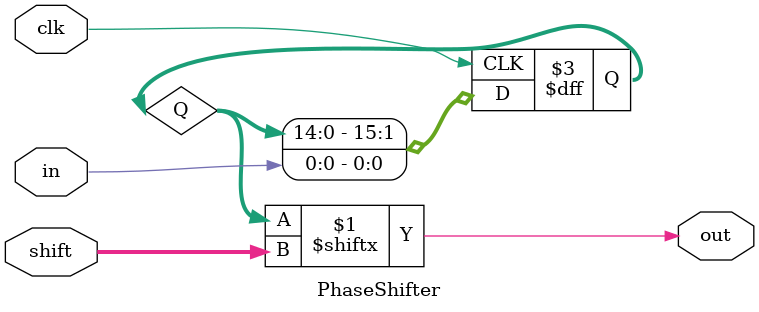
<source format=v>
module PhaseShifter(
	input  wire clk,
	input  wire [3:0] shift,
	input  wire in,
	output wire out
);

reg [15:0] Q;

assign out = Q[shift];

always @(posedge clk)
begin

	Q <= {Q[14:0], in};

end

endmodule

</source>
